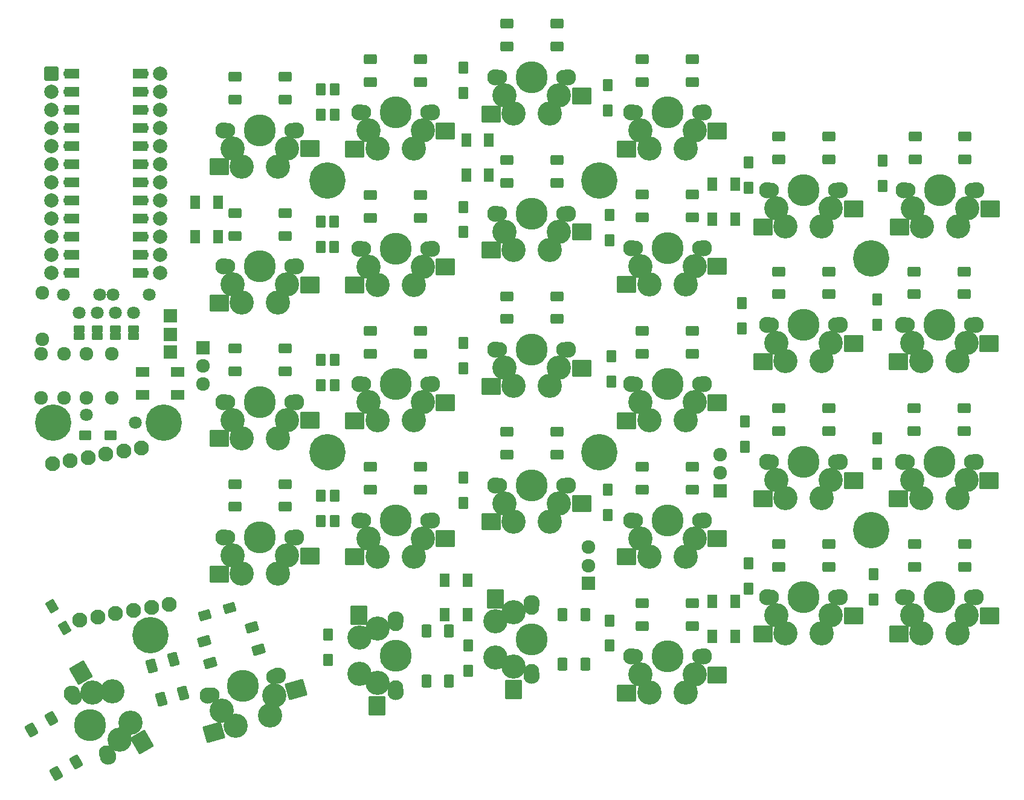
<source format=gbs>
G04 #@! TF.GenerationSoftware,KiCad,Pcbnew,(6.0.10)*
G04 #@! TF.CreationDate,2023-01-19T22:05:10+01:00*
G04 #@! TF.ProjectId,SofleKeyboard,536f666c-654b-4657-9962-6f6172642e6b,rev?*
G04 #@! TF.SameCoordinates,Original*
G04 #@! TF.FileFunction,Soldermask,Bot*
G04 #@! TF.FilePolarity,Negative*
%FSLAX46Y46*%
G04 Gerber Fmt 4.6, Leading zero omitted, Abs format (unit mm)*
G04 Created by KiCad (PCBNEW (6.0.10)) date 2023-01-19 22:05:10*
%MOMM*%
%LPD*%
G01*
G04 APERTURE LIST*
G04 Aperture macros list*
%AMRoundRect*
0 Rectangle with rounded corners*
0 $1 Rounding radius*
0 $2 $3 $4 $5 $6 $7 $8 $9 X,Y pos of 4 corners*
0 Add a 4 corners polygon primitive as box body*
4,1,4,$2,$3,$4,$5,$6,$7,$8,$9,$2,$3,0*
0 Add four circle primitives for the rounded corners*
1,1,$1+$1,$2,$3*
1,1,$1+$1,$4,$5*
1,1,$1+$1,$6,$7*
1,1,$1+$1,$8,$9*
0 Add four rect primitives between the rounded corners*
20,1,$1+$1,$2,$3,$4,$5,0*
20,1,$1+$1,$4,$5,$6,$7,0*
20,1,$1+$1,$6,$7,$8,$9,0*
20,1,$1+$1,$8,$9,$2,$3,0*%
%AMFreePoly0*
4,1,31,0.586777,0.680194,0.641421,0.641421,1.141421,0.141421,1.188777,0.066056,1.198742,-0.022393,1.169345,-0.106406,1.141421,-0.141421,0.641421,-0.641421,0.566056,-0.688777,0.500000,-0.700000,0.000000,-0.700000,-0.086777,-0.680194,-0.156366,-0.624698,-0.194986,-0.544504,-0.200000,-0.500000,-0.200000,-0.338588,-0.236777,-0.330194,-0.306366,-0.274698,-0.344986,-0.194504,-0.350000,-0.150000,
-0.350000,0.150000,-0.330194,0.236777,-0.274698,0.306366,-0.200000,0.342339,-0.200000,0.500000,-0.180194,0.586777,-0.124698,0.656366,-0.044504,0.694986,0.000000,0.700000,0.500000,0.700000,0.586777,0.680194,0.586777,0.680194,$1*%
%AMFreePoly1*
4,1,26,0.336777,0.680194,0.406366,0.624698,0.444986,0.544504,0.450000,0.500000,0.450000,-0.500000,0.430194,-0.586777,0.374698,-0.656366,0.294504,-0.694986,0.250000,-0.700000,-0.650000,-0.700000,-0.736777,-0.680194,-0.806366,-0.624698,-0.844986,-0.544504,-0.844986,-0.455496,-0.806366,-0.375302,-0.791421,-0.358579,-0.432842,0.000000,-0.791421,0.358579,-0.838777,0.433944,-0.848742,0.522393,
-0.819345,0.606406,-0.756406,0.669345,-0.672393,0.698742,-0.650000,0.700000,0.250000,0.700000,0.336777,0.680194,0.336777,0.680194,$1*%
G04 Aperture macros list end*
%ADD10C,1.797000*%
%ADD11C,1.924000*%
%ADD12C,5.100000*%
%ADD13RoundRect,0.200000X-0.475000X0.650000X-0.475000X-0.650000X0.475000X-0.650000X0.475000X0.650000X0*%
%ADD14RoundRect,0.200000X-0.650000X-0.475000X0.650000X-0.475000X0.650000X0.475000X-0.650000X0.475000X0*%
%ADD15RoundRect,0.200000X-0.736362X0.325417X-0.086362X-0.800417X0.736362X-0.325417X0.086362X0.800417X0*%
%ADD16RoundRect,0.200000X0.493892X0.635764X-0.755748X0.277435X-0.493892X-0.635764X0.755748X-0.277435X0*%
%ADD17C,3.400000*%
%ADD18C,2.300000*%
%ADD19C,2.100000*%
%ADD20C,4.500000*%
%ADD21RoundRect,0.200000X0.700000X0.500000X-0.700000X0.500000X-0.700000X-0.500000X0.700000X-0.500000X0*%
%ADD22RoundRect,0.200000X-1.150000X-1.000000X1.150000X-1.000000X1.150000X1.000000X-1.150000X1.000000X0*%
%ADD23RoundRect,0.200000X-0.783013X0.356218X-0.083013X-0.856218X0.783013X-0.356218X0.083013X0.856218X0*%
%ADD24RoundRect,0.200000X1.441025X-0.495929X0.291025X1.495929X-1.441025X0.495929X-0.291025X-1.495929X0*%
%ADD25RoundRect,0.200000X0.500000X-0.700000X0.500000X0.700000X-0.500000X0.700000X-0.500000X-0.700000X0*%
%ADD26RoundRect,0.200000X-1.000000X1.150000X-1.000000X-1.150000X1.000000X-1.150000X1.000000X1.150000X0*%
%ADD27RoundRect,0.200000X-0.762000X0.762000X-0.762000X-0.762000X0.762000X-0.762000X0.762000X0.762000X0*%
%ADD28RoundRect,0.200000X0.762000X0.762000X-0.762000X0.762000X-0.762000X-0.762000X0.762000X-0.762000X0*%
%ADD29RoundRect,0.200000X-0.500000X0.750000X-0.500000X-0.750000X0.500000X-0.750000X0.500000X0.750000X0*%
%ADD30RoundRect,0.200000X0.500000X-0.750000X0.500000X0.750000X-0.500000X0.750000X-0.500000X-0.750000X0*%
%ADD31RoundRect,0.200000X0.687359X-0.583128X0.273903X0.858765X-0.687359X0.583128X-0.273903X-0.858765X0*%
%ADD32RoundRect,0.200000X0.750000X0.500000X-0.750000X0.500000X-0.750000X-0.500000X0.750000X-0.500000X0*%
%ADD33RoundRect,0.200000X0.762000X-0.762000X0.762000X0.762000X-0.762000X0.762000X-0.762000X-0.762000X0*%
%ADD34RoundRect,0.200000X0.535065X0.673577X-0.810702X0.287685X-0.535065X-0.673577X0.810702X-0.287685X0*%
%ADD35RoundRect,0.200000X-0.829814X-1.278245X1.381088X-0.644279X0.829814X1.278245X-1.381088X0.644279X0*%
%ADD36RoundRect,0.200000X-0.800000X0.800000X-0.800000X-0.800000X0.800000X-0.800000X0.800000X0.800000X0*%
%ADD37C,2.000000*%
%ADD38RoundRect,0.200000X-0.571500X0.317500X-0.571500X-0.317500X0.571500X-0.317500X0.571500X0.317500X0*%
%ADD39FreePoly0,0.000000*%
%ADD40FreePoly1,0.000000*%
%ADD41FreePoly0,180.000000*%
%ADD42FreePoly1,180.000000*%
G04 APERTURE END LIST*
D10*
X99935000Y-73075000D03*
X105015000Y-73075000D03*
X98015000Y-73075000D03*
X92935000Y-73075000D03*
D11*
X89800000Y-81300000D03*
X89800000Y-87500000D03*
X93000000Y-81300000D03*
X93000000Y-87500000D03*
X96200000Y-81300000D03*
X96200000Y-87500000D03*
X99700000Y-81300000D03*
X99700000Y-87500000D03*
D10*
X103000000Y-91000000D03*
X96175000Y-89875000D03*
D12*
X129975000Y-57075000D03*
X206150000Y-67950000D03*
X129960000Y-95170000D03*
X206170000Y-106030000D03*
X105120000Y-120760000D03*
D11*
X90000000Y-79325000D03*
X90000000Y-72825000D03*
D13*
X129000000Y-44225000D03*
X129000000Y-47775000D03*
X131000000Y-44225000D03*
X131000000Y-47775000D03*
X149000000Y-41225000D03*
X149000000Y-44775000D03*
X169250000Y-43650000D03*
X169250000Y-47200000D03*
X189000000Y-54475000D03*
X189000000Y-58025000D03*
X207750000Y-54250000D03*
X207750000Y-57800000D03*
X129000000Y-62825000D03*
X129000000Y-66375000D03*
X130900000Y-62825000D03*
X130900000Y-66375000D03*
X149000000Y-60725000D03*
X149000000Y-64275000D03*
X169500000Y-61875000D03*
X169500000Y-65425000D03*
X188000000Y-74225000D03*
X188000000Y-77775000D03*
X207000000Y-73725000D03*
X207000000Y-77275000D03*
X129000000Y-82225000D03*
X129000000Y-85775000D03*
X131000000Y-82225000D03*
X131000000Y-85775000D03*
X149000000Y-79790000D03*
X149000000Y-83340000D03*
X169725000Y-81650000D03*
X169725000Y-85200000D03*
X188500000Y-90825000D03*
X188500000Y-94375000D03*
X207000000Y-93225000D03*
X207000000Y-96775000D03*
X129000000Y-101225000D03*
X129000000Y-104775000D03*
X131000000Y-101225000D03*
X131000000Y-104775000D03*
X149000000Y-98725000D03*
X149000000Y-102275000D03*
X169250000Y-100375000D03*
X169250000Y-103925000D03*
X189000000Y-110725000D03*
X189000000Y-114275000D03*
X206500000Y-112225000D03*
X206500000Y-115775000D03*
D14*
X96000000Y-92775000D03*
X99550000Y-92775000D03*
D15*
X91387500Y-116737805D03*
X93162500Y-119812195D03*
D16*
X116206240Y-117010744D03*
X112793760Y-117989256D03*
D13*
X130000000Y-120725000D03*
X130000000Y-124275000D03*
X149700000Y-122225000D03*
X149700000Y-125775000D03*
D17*
X123040000Y-55080000D03*
D18*
X115420000Y-50000000D03*
D19*
X116000000Y-50000000D03*
D17*
X117960000Y-55080000D03*
D19*
X125000000Y-50000000D03*
D18*
X125580000Y-50000000D03*
D20*
X120500000Y-50000000D03*
D17*
X116690000Y-52540001D03*
X124310000Y-52540000D03*
D21*
X124000000Y-45700000D03*
X124000000Y-42500000D03*
X117000000Y-42500000D03*
X117000000Y-45700000D03*
D22*
X127500000Y-52580000D03*
X114800000Y-55120000D03*
D19*
X135000000Y-47500000D03*
D17*
X136960000Y-52580000D03*
D20*
X139500000Y-47500000D03*
D17*
X142040000Y-52580000D03*
X135690000Y-50040001D03*
X143310000Y-50040000D03*
D19*
X144000000Y-47500000D03*
D18*
X144580000Y-47500000D03*
X134420000Y-47500000D03*
D21*
X143000000Y-43200000D03*
X143000000Y-40000000D03*
X136000000Y-40000000D03*
X136000000Y-43200000D03*
D22*
X146500000Y-50080000D03*
X133800000Y-52620000D03*
D17*
X161140000Y-47650000D03*
X154790000Y-45110001D03*
X156060000Y-47650000D03*
X162410000Y-45110000D03*
D19*
X163100000Y-42570000D03*
D18*
X163680000Y-42570000D03*
D19*
X154100000Y-42570000D03*
D20*
X158600000Y-42570000D03*
D18*
X153520000Y-42570000D03*
D21*
X162100000Y-38270000D03*
X162100000Y-35070000D03*
X155100000Y-35070000D03*
X155100000Y-38270000D03*
D22*
X165600000Y-45150000D03*
X152900000Y-47690000D03*
D19*
X182100000Y-47500000D03*
D17*
X175060000Y-52580000D03*
D18*
X172520000Y-47500000D03*
D20*
X177600000Y-47500000D03*
D17*
X181410000Y-50040000D03*
D18*
X182680000Y-47500000D03*
D19*
X173100000Y-47500000D03*
D17*
X173790000Y-50040001D03*
X180140000Y-52580000D03*
D21*
X181100000Y-43200000D03*
X181100000Y-40000000D03*
X174100000Y-40000000D03*
X174100000Y-43200000D03*
D22*
X184600000Y-50080000D03*
X171900000Y-52620000D03*
D18*
X191620000Y-58400000D03*
D17*
X200510000Y-60940000D03*
D18*
X201780000Y-58400000D03*
D17*
X192890000Y-60940001D03*
D20*
X196700000Y-58400000D03*
D19*
X192200000Y-58400000D03*
X201200000Y-58400000D03*
D17*
X199240000Y-63480000D03*
X194160000Y-63480000D03*
D21*
X200200000Y-54100000D03*
X200200000Y-50900000D03*
X193200000Y-50900000D03*
X193200000Y-54100000D03*
D22*
X203700000Y-60980000D03*
X191000000Y-63520000D03*
D18*
X125580000Y-69100000D03*
D19*
X125000000Y-69100000D03*
D18*
X115420000Y-69100000D03*
D17*
X117960000Y-74180000D03*
X123040000Y-74180000D03*
X116690000Y-71640001D03*
D19*
X116000000Y-69100000D03*
D17*
X124310000Y-71640000D03*
D20*
X120500000Y-69100000D03*
D21*
X124000000Y-64800000D03*
X124000000Y-61600000D03*
X117000000Y-61600000D03*
X117000000Y-64800000D03*
D22*
X127500000Y-71680000D03*
X114800000Y-74220000D03*
D18*
X134420000Y-66600000D03*
D17*
X135690000Y-69140001D03*
X136960000Y-71680000D03*
X142040000Y-71680000D03*
D18*
X144580000Y-66600000D03*
D20*
X139500000Y-66600000D03*
D19*
X135000000Y-66600000D03*
X144000000Y-66600000D03*
D17*
X143310000Y-69140000D03*
D21*
X143000000Y-62300000D03*
X143000000Y-59100000D03*
X136000000Y-59100000D03*
X136000000Y-62300000D03*
D22*
X146500000Y-69180000D03*
X133800000Y-71720000D03*
D19*
X163100000Y-61660000D03*
D20*
X158600000Y-61660000D03*
D19*
X154100000Y-61660000D03*
D17*
X154790000Y-64200001D03*
D18*
X163680000Y-61660000D03*
D17*
X162410000Y-64200000D03*
D18*
X153520000Y-61660000D03*
D17*
X156060000Y-66740000D03*
X161140000Y-66740000D03*
D21*
X162100000Y-57360000D03*
X162100000Y-54160000D03*
X155100000Y-54160000D03*
X155100000Y-57360000D03*
D22*
X165600000Y-64240000D03*
X152900000Y-66780000D03*
D17*
X175060000Y-71580000D03*
D20*
X177600000Y-66500000D03*
D18*
X182680000Y-66500000D03*
D19*
X173100000Y-66500000D03*
D17*
X173790000Y-69040001D03*
X181410000Y-69040000D03*
D19*
X182100000Y-66500000D03*
D18*
X172520000Y-66500000D03*
D17*
X180140000Y-71580000D03*
D21*
X181100000Y-62200000D03*
X181100000Y-59000000D03*
X174100000Y-59000000D03*
X174100000Y-62200000D03*
D22*
X184600000Y-69080000D03*
X171900000Y-71620000D03*
D18*
X191620000Y-77300000D03*
D17*
X200510000Y-79840000D03*
X194160000Y-82380000D03*
X199240000Y-82380000D03*
D20*
X196700000Y-77300000D03*
D19*
X201200000Y-77300000D03*
D17*
X192890000Y-79840001D03*
D18*
X201780000Y-77300000D03*
D19*
X192200000Y-77300000D03*
D21*
X200200000Y-73000000D03*
X200200000Y-69800000D03*
X193200000Y-69800000D03*
X193200000Y-73000000D03*
D22*
X203700000Y-79880000D03*
X191000000Y-82420000D03*
D19*
X220200000Y-77300000D03*
D20*
X215700000Y-77300000D03*
D18*
X220780000Y-77300000D03*
D17*
X211890000Y-79840001D03*
X218240000Y-82380000D03*
X219510000Y-79840000D03*
D18*
X210620000Y-77300000D03*
D17*
X213160000Y-82380000D03*
D19*
X211200000Y-77300000D03*
D21*
X219200000Y-73000000D03*
X219200000Y-69800000D03*
X212200000Y-69800000D03*
X212200000Y-73000000D03*
D22*
X222700000Y-79880000D03*
X210000000Y-82420000D03*
D20*
X120500000Y-88100000D03*
D19*
X116000000Y-88100000D03*
D18*
X115420000Y-88100000D03*
D17*
X124310000Y-90640000D03*
D18*
X125580000Y-88100000D03*
D17*
X123040000Y-93180000D03*
X117960000Y-93180000D03*
X116690000Y-90640001D03*
D19*
X125000000Y-88100000D03*
D21*
X124000000Y-83800000D03*
X124000000Y-80600000D03*
X117000000Y-80600000D03*
X117000000Y-83800000D03*
D22*
X127500000Y-90680000D03*
X114800000Y-93220000D03*
D20*
X139500000Y-85600000D03*
D17*
X143310000Y-88140000D03*
X136960000Y-90680000D03*
D18*
X144580000Y-85600000D03*
D19*
X135000000Y-85600000D03*
D18*
X134420000Y-85600000D03*
D17*
X142040000Y-90680000D03*
X135690000Y-88140001D03*
D19*
X144000000Y-85600000D03*
D21*
X143000000Y-81300000D03*
X143000000Y-78100000D03*
X136000000Y-78100000D03*
X136000000Y-81300000D03*
D22*
X146500000Y-88180000D03*
X133800000Y-90720000D03*
D20*
X158600000Y-80760000D03*
D18*
X163680000Y-80760000D03*
X153520000Y-80760000D03*
D19*
X163100000Y-80760000D03*
D17*
X161140000Y-85840000D03*
X156060000Y-85840000D03*
X154790000Y-83300001D03*
D19*
X154100000Y-80760000D03*
D17*
X162410000Y-83300000D03*
D21*
X162100000Y-76460000D03*
X162100000Y-73260000D03*
X155100000Y-73260000D03*
X155100000Y-76460000D03*
D22*
X165600000Y-83340000D03*
X152900000Y-85880000D03*
D17*
X181410000Y-88140000D03*
D19*
X173100000Y-85600000D03*
X182100000Y-85600000D03*
D20*
X177600000Y-85600000D03*
D18*
X172520000Y-85600000D03*
D17*
X175060000Y-90680000D03*
D18*
X182680000Y-85600000D03*
D17*
X173790000Y-88140001D03*
X180140000Y-90680000D03*
D21*
X181100000Y-81300000D03*
X181100000Y-78100000D03*
X174100000Y-78100000D03*
X174100000Y-81300000D03*
D22*
X184600000Y-88180000D03*
X171900000Y-90720000D03*
D18*
X191620000Y-96500000D03*
D17*
X200510000Y-99040000D03*
X199240000Y-101580000D03*
X194160000Y-101580000D03*
X192890000Y-99040001D03*
D20*
X196700000Y-96500000D03*
D18*
X201780000Y-96500000D03*
D19*
X201200000Y-96500000D03*
X192200000Y-96500000D03*
D21*
X200200000Y-92200000D03*
X200200000Y-89000000D03*
X193200000Y-89000000D03*
X193200000Y-92200000D03*
D22*
X203700000Y-99080000D03*
X191000000Y-101620000D03*
D17*
X213160000Y-101580000D03*
D18*
X210620000Y-96500000D03*
D20*
X215700000Y-96500000D03*
D19*
X220200000Y-96500000D03*
D18*
X220780000Y-96500000D03*
D17*
X219510000Y-99040000D03*
X218240000Y-101580000D03*
D19*
X211200000Y-96500000D03*
D17*
X211890000Y-99040001D03*
D21*
X219200000Y-92200000D03*
X219200000Y-89000000D03*
X212200000Y-89000000D03*
X212200000Y-92200000D03*
D22*
X222700000Y-99080000D03*
X210000000Y-101620000D03*
D17*
X117960000Y-112180000D03*
D20*
X120500000Y-107100000D03*
D17*
X123040000Y-112180000D03*
X116690000Y-109640001D03*
D19*
X116000000Y-107100000D03*
D18*
X125580000Y-107100000D03*
D17*
X124310000Y-109640000D03*
D18*
X115420000Y-107100000D03*
D19*
X125000000Y-107100000D03*
D21*
X124000000Y-102800000D03*
X124000000Y-99600000D03*
X117000000Y-99600000D03*
X117000000Y-102800000D03*
D22*
X127500000Y-109680000D03*
X114800000Y-112220000D03*
D17*
X136960000Y-109780000D03*
X143310000Y-107240000D03*
D19*
X135000000Y-104700000D03*
D17*
X142040000Y-109780000D03*
D20*
X139500000Y-104700000D03*
D18*
X144580000Y-104700000D03*
X134420000Y-104700000D03*
D19*
X144000000Y-104700000D03*
D17*
X135690000Y-107240001D03*
D21*
X143000000Y-100400000D03*
X143000000Y-97200000D03*
X136000000Y-97200000D03*
X136000000Y-100400000D03*
D22*
X146500000Y-107280000D03*
X133800000Y-109820000D03*
D19*
X154100000Y-99760000D03*
D18*
X163680000Y-99760000D03*
D19*
X163100000Y-99760000D03*
D20*
X158600000Y-99760000D03*
D17*
X154790000Y-102300001D03*
D18*
X153520000Y-99760000D03*
D17*
X161140000Y-104840000D03*
X162410000Y-102300000D03*
X156060000Y-104840000D03*
D21*
X162100000Y-95460000D03*
X162100000Y-92260000D03*
X155100000Y-92260000D03*
X155100000Y-95460000D03*
D22*
X165600000Y-102340000D03*
X152900000Y-104880000D03*
D20*
X177600000Y-104700000D03*
D17*
X180140000Y-109780000D03*
D18*
X172520000Y-104700000D03*
D17*
X181410000Y-107240000D03*
X173790000Y-107240001D03*
D19*
X182100000Y-104700000D03*
X173100000Y-104700000D03*
D17*
X175060000Y-109780000D03*
D18*
X182680000Y-104700000D03*
D21*
X181100000Y-100400000D03*
X181100000Y-97200000D03*
X174100000Y-97200000D03*
X174100000Y-100400000D03*
D22*
X184600000Y-107280000D03*
X171900000Y-109820000D03*
D17*
X192890000Y-118040001D03*
D20*
X196700000Y-115500000D03*
D17*
X199240000Y-120580000D03*
D19*
X201200000Y-115500000D03*
D17*
X200510000Y-118040000D03*
D18*
X191620000Y-115500000D03*
D17*
X194160000Y-120580000D03*
D18*
X201780000Y-115500000D03*
D19*
X192200000Y-115500000D03*
D21*
X200200000Y-111200000D03*
X200200000Y-108000000D03*
X193200000Y-108000000D03*
X193200000Y-111200000D03*
D22*
X203700000Y-118080000D03*
X191000000Y-120620000D03*
D17*
X213210000Y-120580000D03*
X211940000Y-118040001D03*
D20*
X215750000Y-115500000D03*
D18*
X220830000Y-115500000D03*
D17*
X219560000Y-118040000D03*
D19*
X220250000Y-115500000D03*
D18*
X210670000Y-115500000D03*
D19*
X211250000Y-115500000D03*
D17*
X218290000Y-120580000D03*
D21*
X219250000Y-111200000D03*
X219250000Y-108000000D03*
X212250000Y-108000000D03*
X212250000Y-111200000D03*
D22*
X222750000Y-118080000D03*
X210050000Y-120620000D03*
D20*
X96710000Y-133400000D03*
D19*
X94460000Y-129502886D03*
D17*
X99839409Y-128660295D03*
X102379409Y-133059705D03*
D19*
X98960000Y-137297114D03*
D18*
X94170000Y-129000591D03*
X99250000Y-137799409D03*
D17*
X100814705Y-135429556D03*
X97004705Y-128830443D03*
D23*
X91236091Y-132518911D03*
X88464809Y-134118911D03*
X91964809Y-140181089D03*
X94736091Y-138581089D03*
D24*
X95444346Y-126047822D03*
X103994050Y-135776345D03*
D18*
X139500000Y-128780000D03*
D17*
X136959999Y-119890000D03*
X136960000Y-127510000D03*
D18*
X139500000Y-118620000D03*
D19*
X139500000Y-128200000D03*
D17*
X134420000Y-126240000D03*
D19*
X139500000Y-119200000D03*
D17*
X134420000Y-121160000D03*
D20*
X139500000Y-123700000D03*
D25*
X143800000Y-127200000D03*
X147000000Y-127200000D03*
X147000000Y-120200000D03*
X143800000Y-120200000D03*
D26*
X136920000Y-130700000D03*
X134380000Y-118000000D03*
D20*
X158600000Y-121400000D03*
D17*
X156059999Y-117590000D03*
D18*
X158600000Y-116320000D03*
D19*
X158600000Y-125900000D03*
X158600000Y-116900000D03*
D17*
X153520000Y-123940000D03*
X156060000Y-125210000D03*
X153520000Y-118860000D03*
D18*
X158600000Y-126480000D03*
D25*
X162900000Y-124900000D03*
X166100000Y-124900000D03*
X166100000Y-117900000D03*
X162900000Y-117900000D03*
D26*
X156020000Y-128400000D03*
X153480000Y-115700000D03*
D12*
X91500000Y-91000000D03*
D27*
X107900000Y-81100000D03*
D28*
X107900000Y-78600000D03*
X107900000Y-76000000D03*
D10*
X95165000Y-75575000D03*
X97705000Y-75575000D03*
X100245000Y-75575000D03*
X102785000Y-75575000D03*
D13*
X169500000Y-118725000D03*
X169500000Y-122275000D03*
D12*
X107000000Y-91000000D03*
D19*
X98915576Y-95421582D03*
X100277836Y-117774620D03*
X96414164Y-95862648D03*
X102779248Y-117333554D03*
X93912753Y-96303714D03*
X105280660Y-116892488D03*
X107782071Y-116451421D03*
X91411341Y-96744781D03*
X95275013Y-118656753D03*
X103918399Y-94539449D03*
X101416988Y-94980515D03*
X97776424Y-118215687D03*
D29*
X111400000Y-60050000D03*
X114600000Y-60050000D03*
X114600000Y-64950000D03*
X111400000Y-64950000D03*
D30*
X152600000Y-56240000D03*
X149400000Y-56240000D03*
X149400000Y-51340000D03*
X152600000Y-51340000D03*
D29*
X183900000Y-57550000D03*
X187100000Y-57550000D03*
X187100000Y-62450000D03*
X183900000Y-62450000D03*
D31*
X109713330Y-128914071D03*
X106637293Y-129796111D03*
X105286670Y-125085929D03*
X108362707Y-124203889D03*
D29*
X146400000Y-113050000D03*
X149600000Y-113050000D03*
X149600000Y-117950000D03*
X146400000Y-117950000D03*
X183900000Y-116050000D03*
X187100000Y-116050000D03*
X187100000Y-120950000D03*
X183900000Y-120950000D03*
D32*
X108950000Y-83900000D03*
X108950000Y-87100000D03*
X104050000Y-87100000D03*
X104050000Y-83900000D03*
D27*
X185000000Y-100550000D03*
D11*
X185000000Y-98050000D03*
X185000000Y-95450000D03*
D27*
X166500000Y-113550000D03*
D11*
X166500000Y-111050000D03*
X166500000Y-108450000D03*
D33*
X112500000Y-80500000D03*
D11*
X112500000Y-83000000D03*
X112500000Y-85600000D03*
D19*
X173100000Y-123800000D03*
D17*
X180140000Y-128880000D03*
D19*
X182100000Y-123800000D03*
D17*
X173790000Y-126340001D03*
X175060000Y-128880000D03*
D18*
X172520000Y-123800000D03*
D20*
X177600000Y-123800000D03*
D17*
X181410000Y-126340000D03*
D18*
X182680000Y-123800000D03*
D21*
X181100000Y-119500000D03*
X181100000Y-116300000D03*
X174100000Y-116300000D03*
X174100000Y-119500000D03*
D22*
X184600000Y-126380000D03*
X171900000Y-128920000D03*
D20*
X118100000Y-127900000D03*
D17*
X122462526Y-129291426D03*
X117058633Y-133483328D03*
D19*
X122425678Y-126659632D03*
D17*
X121941842Y-132083091D03*
X115137712Y-131391784D03*
D18*
X122983209Y-126499762D03*
X113216791Y-129300238D03*
D19*
X113774322Y-129140368D03*
D34*
X120279175Y-122801844D03*
X119397136Y-119725807D03*
X112668304Y-121655268D03*
X113550343Y-124731305D03*
D35*
X125539976Y-128450594D03*
X114032072Y-134392793D03*
D17*
X213260000Y-63480000D03*
D18*
X220880000Y-58400000D03*
D17*
X211990000Y-60940001D03*
D19*
X211300000Y-58400000D03*
D17*
X219610000Y-60940000D03*
D20*
X215800000Y-58400000D03*
D18*
X210720000Y-58400000D03*
D19*
X220300000Y-58400000D03*
D17*
X218340000Y-63480000D03*
D21*
X219300000Y-54100000D03*
X219300000Y-50900000D03*
X212300000Y-50900000D03*
X212300000Y-54100000D03*
D22*
X222800000Y-60980000D03*
X210100000Y-63520000D03*
D36*
X91285000Y-42075000D03*
D37*
X91285000Y-44615000D03*
X91285000Y-47155000D03*
X91285000Y-49695000D03*
X91285000Y-52235000D03*
X91285000Y-54775000D03*
X91285000Y-57315000D03*
X91285000Y-59855000D03*
X91285000Y-62395000D03*
X91285000Y-64935000D03*
X91285000Y-67475000D03*
X91285000Y-70015000D03*
X106525000Y-70015000D03*
X106525000Y-67475000D03*
X106525000Y-64935000D03*
X106525000Y-62395000D03*
X106525000Y-59855000D03*
X106525000Y-57315000D03*
X106525000Y-54775000D03*
X106525000Y-52235000D03*
X106525000Y-49695000D03*
X106525000Y-47155000D03*
X106525000Y-44615000D03*
X106525000Y-42075000D03*
D12*
X168060000Y-57060000D03*
X168060000Y-95180000D03*
D38*
X100246000Y-77903000D03*
X100246000Y-78903760D03*
X97665000Y-77903000D03*
X97665000Y-78903760D03*
X95166000Y-77903000D03*
X95166000Y-78903760D03*
X102786000Y-77903000D03*
X102786000Y-78903760D03*
D39*
X93275000Y-70015000D03*
D40*
X94725000Y-70015000D03*
D39*
X93275000Y-44615000D03*
D40*
X94725000Y-44615000D03*
D39*
X93275000Y-57315000D03*
D40*
X94725000Y-57315000D03*
D39*
X93275000Y-49695000D03*
D40*
X94725000Y-49695000D03*
D39*
X93275000Y-54775000D03*
D40*
X94725000Y-54775000D03*
D41*
X104525000Y-59855000D03*
D42*
X103075000Y-59855000D03*
D41*
X104525000Y-52235000D03*
D42*
X103075000Y-52235000D03*
D41*
X104525000Y-44615000D03*
D42*
X103075000Y-44615000D03*
D41*
X104525000Y-49695000D03*
D42*
X103075000Y-49695000D03*
D39*
X93275000Y-42075000D03*
D40*
X94725000Y-42075000D03*
D39*
X93275000Y-62395000D03*
D40*
X94725000Y-62395000D03*
D41*
X104525000Y-70015000D03*
D42*
X103075000Y-70015000D03*
D41*
X104525000Y-54775000D03*
D42*
X103075000Y-54775000D03*
D39*
X93275000Y-64949000D03*
D40*
X94725000Y-64949000D03*
D41*
X104525000Y-47155000D03*
D42*
X103075000Y-47155000D03*
D39*
X93275000Y-67475000D03*
D40*
X94725000Y-67475000D03*
D39*
X93275000Y-52235000D03*
D40*
X94725000Y-52235000D03*
D41*
X104525000Y-42075000D03*
D42*
X103075000Y-42075000D03*
D39*
X93275000Y-59855000D03*
D40*
X94725000Y-59855000D03*
D41*
X104525000Y-64935000D03*
D42*
X103075000Y-64935000D03*
D41*
X104525000Y-67475000D03*
D42*
X103075000Y-67475000D03*
D41*
X104525000Y-62395000D03*
D42*
X103075000Y-62395000D03*
D41*
X104525000Y-57315000D03*
D42*
X103075000Y-57315000D03*
D39*
X93275000Y-47155000D03*
D40*
X94725000Y-47155000D03*
M02*

</source>
